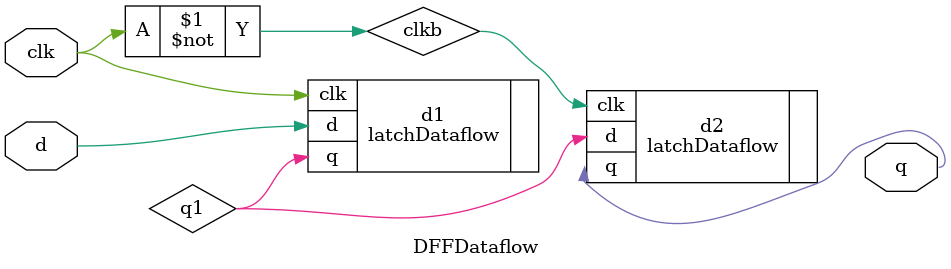
<source format=v>
`timescale 1ns / 1ps

 module DFFDataflow(
    input clk, d,
    output q
    );
    
    wire q1;
    wire clkb = ~clk;
    
    latchDataflow d1(.clk(clk), .d(d), .q(q1));
    latchDataflow d2(.clk(clkb), .d(q1), .q(q));
endmodule

</source>
